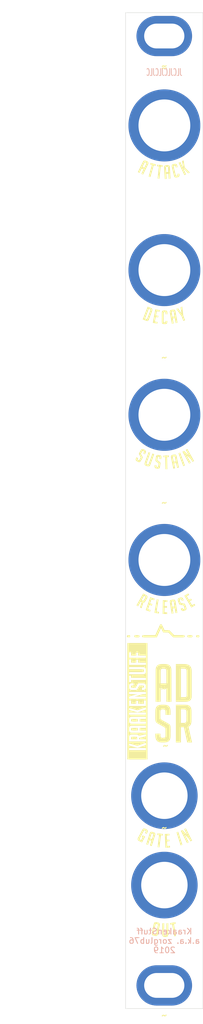
<source format=kicad_pcb>
(kicad_pcb (version 20171130) (host pcbnew "(5.1.0)-1")
  (layers (0 F.Cu signal) (31 B.Cu signal) (34 B.Paste user) (35 F.Paste user) (36 B.SilkS user) (37 F.SilkS user) (38 B.Mask user) (39 F.Mask user) (44 Edge.Cuts user))
  (net 0 "")
  (module KraakenStuff_ADSR:Panel_Graphics_ADSR_Out (layer F.Cu) (at 4.953 109.093)
    (fp_text reference ~ hide)
    (fp_text value ~ hide)
  )
  (module KraakenStuff_ADSR:Panel_Graphics_ADSR_GateIn (layer F.Cu) (at 5.08 97.282)
    (fp_text reference ~ hide)
    (fp_text value ~ hide)
  )
  (module KraakenStuff_ADSR:Panel_Graphics_ADSR (layer F.Cu) (at 6.223 79.883)
    (fp_text reference ~ hide)
    (fp_text value ~ hide)
  )
  (module KraakenStuff:Kraakenstuff_15mm (layer F.Cu) (at 1.524 79.629 90)
    (fp_text reference ~ hide)
    (fp_text value ~ hide)
  )
  (module KraakenStuff:Panel_Transparent_Pad_3mm (layer F.Cu) (at 4.953 70.866)
    (fp_text reference ~ (at 0 7.112) (layer F.SilkS))
    (fp_text value ~)
  )
  (module KraakenStuff_ADSR:Panel_Graphics_ADSR_Release (layer F.Cu) (at 5.207 67.056)
    (fp_text reference ~ hide)
    (fp_text value ~ hide)
  )
  (module KraakenStuff_ADSR:Panel_Graphics_ADSR_Sustain (layer F.Cu) (at 5.08 48.387)
    (fp_text reference ~ hide)
    (fp_text value ~ hide)
  )
  (module KraakenStuff_ADSR:Panel_Graphics_ADSR_Decay (layer F.Cu) (at 4.953 29.845)
    (fp_text reference ~ hide)
    (fp_text value ~ hide)
  )
  (module KraakenStuff_ADSR:Panel_Graphics_ADSR_Attack (layer F.Cu) (at 4.953 11.049)
    (fp_text reference ~ hide)
    (fp_text value ~ hide)
  )
  (module KraakenStuff:Temp_Pentagram (layer F.Cu) (at 4.8 70.12)
    (fp_text reference ~ (at 0.381 15.24) (layer F.SilkS))
    (fp_text value ~)
  )
  (module KraakenStuff:Panel_Screw_Elliptical (layer F.Cu) (at 5 116.3)
    (fp_text reference ~ (at 0.01016 3.85572) (layer F.SilkS))
    (fp_text value ~)
    (pad "" np_thru_hole roundrect (at 0 0) (size 7.2 5.2) (drill oval 5.2 3.2) (layers *.Cu *.Mask) (roundrect_rratio 0.5))
  )
  (module KraakenStuff:Panel_Screw_Elliptical (layer F.Cu) (at 5 -6.2)
    (fp_text reference ~ (at 0.01016 3.85572) (layer F.SilkS))
    (fp_text value ~)
    (pad "" np_thru_hole roundrect (at 0 0) (size 7.2 5.2) (drill oval 5.2 3.2) (layers *.Cu *.Mask) (roundrect_rratio 0.5))
  )
  (module KraakenStuff:Panel_Screw_Hole_2.6mm (layer F.Cu) (at 4.9022 15.9004)
    (fp_text reference ~ (at 0 -7.4) (layer F.SilkS))
    (fp_text value ~)
    (pad "" np_thru_hole circle (at 0 0) (size 2.6 2.6) (drill 2.6) (layers *.Cu *.Mask))
  )
  (module KraakenStuff:Panel_Thonkiconn_6mm (layer F.Cu) (at 5.0165 103.3526)
    (fp_text reference ~ (at 0 -7.4) (layer F.SilkS))
    (fp_text value ~)
    (pad "" np_thru_hole circle (at 0 0) (size 8.6 8.6) (drill 6) (layers *.Cu *.Mask))
  )
  (module KraakenStuff:Panel_Thonkiconn_6mm (layer F.Cu) (at 5.0165 91.821)
    (fp_text reference ~ (at 0 -7.4) (layer F.SilkS))
    (fp_text value ~)
    (pad "" np_thru_hole circle (at 0 0) (size 8.6 8.6) (drill 6) (layers *.Cu *.Mask))
  )
  (module KraakenStuff:Panel_Trimmer_6.7mm (layer F.Cu) (at 5.0165 61.4045)
    (fp_text reference ~ (at 0 -7.4) (layer F.SilkS))
    (fp_text value ~)
    (pad "" np_thru_hole circle (at 0 0) (size 9.3 9.3) (drill 6.7) (layers *.Cu *.Mask))
  )
  (module KraakenStuff:Panel_Trimmer_6.7mm (layer F.Cu) (at 5.0165 42.672)
    (fp_text reference ~ (at 0 -7.4) (layer F.SilkS))
    (fp_text value ~)
    (pad "" np_thru_hole circle (at 0 0) (size 9.3 9.3) (drill 6.7) (layers *.Cu *.Mask))
  )
  (module KraakenStuff:Panel_Trimmer_6.7mm (layer F.Cu) (at 5.0165 24.003)
    (fp_text reference ~ (at 0 -7.4) (layer F.SilkS))
    (fp_text value ~)
    (pad "" np_thru_hole circle (at 0 0) (size 9.3 9.3) (drill 6.7) (layers *.Cu *.Mask))
  )
  (module KraakenStuff:Panel_Trimmer_6.7mm (layer F.Cu) (at 5.0165 5.334)
    (fp_text reference ~ (at 0 -7.4) (layer F.SilkS))
    (fp_text value ~)
    (pad "" np_thru_hole circle (at 0 0) (size 9.3 9.3) (drill 6.7) (layers *.Cu *.Mask))
  )
  (gr_line (start 9.271 71.247) (end 9.398 71.247) (layer F.SilkS) (width 0.3))
  (gr_line (start 8.128 71.247) (end 8.509 71.247) (layer F.SilkS) (width 0.3))
  (gr_line (start 0.4445 71.247) (end 0.3175 71.247) (layer F.SilkS) (width 0.3))
  (gr_line (start 1.651 71.247) (end 1.27 71.247) (layer F.SilkS) (width 0.3))
  (gr_line (start 6.223 71.247) (end 7.493 71.247) (layer F.SilkS) (width 0.3))
  (gr_line (start 5.588 70.612) (end 6.223 71.247) (layer F.SilkS) (width 0.3))
  (gr_line (start 4.953 70.612) (end 5.588 70.612) (layer F.SilkS) (width 0.3))
  (gr_line (start 4.572 69.85) (end 4.953 70.612) (layer F.SilkS) (width 0.3))
  (gr_line (start 3.937 71.247) (end 4.572 69.85) (layer F.SilkS) (width 0.3))
  (gr_line (start 2.286 71.247) (end 3.937 71.247) (layer F.SilkS) (width 0.3))
  (gr_text JLCJLCJLCJLC (at 5 -1.52) (layer B.SilkS) (effects (font (size 0.9 0.45) (thickness 0.1)) (justify mirror)))
  (gr_text "KraakenStuff\na.k.a. zorglub76\n2019" (at 5.0165 110.54) (layer B.SilkS) (effects (font (size 0.75 0.75) (thickness 0.12)) (justify mirror)))
  (gr_line (start 0 119.287442) (end 0 -9.212558) (layer Edge.Cuts) (width 0.05))
  (gr_line (start 10 119.287442) (end 0 119.287442) (layer Edge.Cuts) (width 0.05))
  (gr_line (start 10 -9.212558) (end 10 119.287442) (layer Edge.Cuts) (width 0.05))
  (gr_line (start 0 -9.212558) (end 10 -9.212558) (layer Edge.Cuts) (width 0.05))
)
</source>
